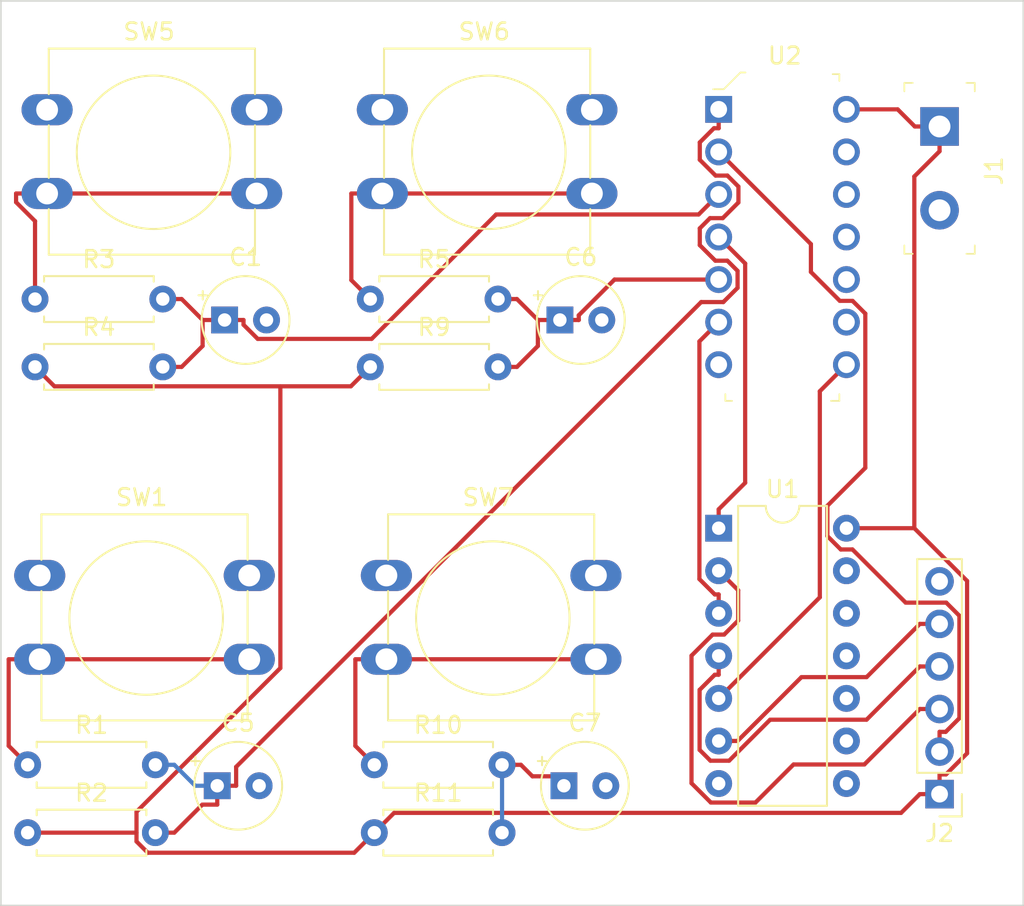
<source format=kicad_pcb>
(kicad_pcb (version 20221018) (generator pcbnew)
  (layers (0 "F.Cu" signal) (31 "B.Cu" power) (34 "B.Paste" user) (35 "F.Paste" user) (36 "B.SilkS" user "B.Silkscreen") (37 "F.SilkS" user "F.Silkscreen") (38 "B.Mask" user) (39 "F.Mask" user) (44 "Edge.Cuts" user))
  (net 0 "")
  (net 1 "GND")
  (net 2 "+5V")
  (net 3 "/SW1")
  (net 4 "/SW2")
  (net 5 "/SW3")
  (net 6 "/SW4")
  (net 7 "/SW3_debounced")
  (net 8 "/SW4_debounced")
  (net 14 "Net-(U2-2Y)")
  (net 15 "Net-(J2-Pin_2)")
  (net 16 "Net-(J2-Pin_3)")
  (net 17 "Net-(J2-Pin_5)")
  (net 18 "Net-(J2-Pin_4)")
  (net 19 "Net-(R1-Pad1)")
  (net 20 "Net-(R3-Pad1)")
  (net 21 "Net-(R5-Pad1)")
  (net 22 "Net-(R10-Pad1)")
  (footprint "Button_Switch_THT:SW_PUSH-12mm" (layer "F.Cu") (at 74 84.3)
    (fp_text reference "SW7" (at 6.08 -4.66) (layer "F.SilkS"))
    (fp_text value "SW_Push")
    (fp_line (start 0.1 -3.65) (end 12.4 -3.65) (stroke (width 0.12)) (layer "F.SilkS"))
    (fp_line (start 0.1 -0.93) (end 0.1 -3.65) (stroke (width 0.12)) (layer "F.SilkS"))
    (fp_line (start 0.1 4.07) (end 0.1 0.93) (stroke (width 0.12)) (layer "F.SilkS"))
    (fp_line (start 0.1 8.65) (end 0.1 5.93) (stroke (width 0.12)) (layer "F.SilkS"))
    (fp_line (start 12.4 -3.65) (end 12.4 -0.93) (stroke (width 0.12)) (layer "F.SilkS"))
    (fp_line (start 12.4 0.93) (end 12.4 4.07) (stroke (width 0.12)) (layer "F.SilkS"))
    (fp_line (start 12.4 5.93) (end 12.4 8.65) (stroke (width 0.12)) (layer "F.SilkS"))
    (fp_line (start 12.4 8.65) (end 0.1 8.65) (stroke (width 0.12)) (layer "F.SilkS"))
    (fp_circle (center 6.35 2.54) (end 10.16 5.08) (stroke (width 0.12)) (fill none) (layer "F.SilkS"))
    (pad "1" thru_hole oval (at 0 0) (size 3.048 1.85) (drill 1.3) (layers "*.Cu" "*.Mask") (net 1 "GND"))
    (pad "1" thru_hole oval (at 12.5 0) (size 3.048 1.85) (drill 1.3) (layers "*.Cu" "*.Mask") (net 1 "GND"))
    (pad "2" thru_hole oval (at 0 5) (size 3.048 1.85) (drill 1.3) (layers "*.Cu" "*.Mask") (net 22 "Net-(R10-Pad1)"))
    (pad "2" thru_hole oval (at 12.5 5) (size 3.048 1.85) (drill 1.3) (layers "*.Cu" "*.Mask") (net 22 "Net-(R10-Pad1)"))
  )
  (footprint "Capacitor_THT:CP_Radial_Tantal_D5.0mm_P2.50mm" (layer "F.Cu") (at 84.5898 96.85)
    (fp_text reference "C7" (at 1.25 -3.75) (layer "F.SilkS"))
    (fp_text value "1uF")
    (fp_line (start -1.554775 -1.475) (end -1.054775 -1.475) (stroke (width 0.12)) (layer "F.SilkS"))
    (fp_line (start -1.304775 -1.725) (end -1.304775 -1.225) (stroke (width 0.12)) (layer "F.SilkS"))
    (fp_circle (center 1.25 0) (end 3.87 0) (stroke (width 0.12)) (fill none) (layer "F.SilkS"))
    (pad "1" thru_hole rect (at 0 0) (size 1.6 1.6) (drill 0.8) (layers "*.Cu" "*.Mask") (net 6 "/SW4"))
    (pad "2" thru_hole circle (at 2.5 0) (size 1.6 1.6) (drill 0.8) (layers "*.Cu" "*.Mask") (net 1 "GND"))
  )
  (footprint "Connector_PinHeader_2.54mm:PinHeader_1x06_P2.54mm_Vertical" (layer "F.Cu") (at 107 97.35 180)
    (fp_text reference "J2" (at 0 -2.33) (layer "F.SilkS"))
    (fp_text value "Conn_01x06")
    (fp_line (start -1.33 -1.33) (end 0 -1.33) (stroke (width 0.12)) (layer "F.SilkS"))
    (fp_line (start -1.33 0) (end -1.33 -1.33) (stroke (width 0.12)) (layer "F.SilkS"))
    (fp_line (start -1.33 1.27) (end -1.33 14.03) (stroke (width 0.12)) (layer "F.SilkS"))
    (fp_line (start -1.33 1.27) (end 1.33 1.27) (stroke (width 0.12)) (layer "F.SilkS"))
    (fp_line (start -1.33 14.03) (end 1.33 14.03) (stroke (width 0.12)) (layer "F.SilkS"))
    (fp_line (start 1.33 1.27) (end 1.33 14.03) (stroke (width 0.12)) (layer "F.SilkS"))
    (pad "1" thru_hole rect (at 0 0 180) (size 1.7 1.7) (drill 1) (layers "*.Cu" "*.Mask") (net 2 "+5V"))
    (pad "2" thru_hole oval (at 0 2.54 180) (size 1.7 1.7) (drill 1) (layers "*.Cu" "*.Mask") (net 15 "Net-(J2-Pin_2)"))
    (pad "3" thru_hole oval (at 0 5.08 180) (size 1.7 1.7) (drill 1) (layers "*.Cu" "*.Mask") (net 16 "Net-(J2-Pin_3)"))
    (pad "4" thru_hole oval (at 0 7.62 180) (size 1.7 1.7) (drill 1) (layers "*.Cu" "*.Mask") (net 18 "Net-(J2-Pin_4)"))
    (pad "5" thru_hole oval (at 0 10.16 180) (size 1.7 1.7) (drill 1) (layers "*.Cu" "*.Mask") (net 17 "Net-(J2-Pin_5)"))
    (pad "6" thru_hole oval (at 0 12.7 180) (size 1.7 1.7) (drill 1) (layers "*.Cu" "*.Mask") (net 1 "GND"))
  )
  (footprint "Resistor_THT:R_Axial_DIN0207_L6.3mm_D2.5mm_P7.62mm_Horizontal" (layer "F.Cu") (at 73.28 99.65)
    (fp_text reference "R11" (at 3.81 -2.37) (layer "F.SilkS"))
    (fp_text value "100k")
    (fp_line (start 0.54 -1.37) (end 7.08 -1.37) (stroke (width 0.12)) (layer "F.SilkS"))
    (fp_line (start 0.54 -1.04) (end 0.54 -1.37) (stroke (width 0.12)) (layer "F.SilkS"))
    (fp_line (start 0.54 1.04) (end 0.54 1.37) (stroke (width 0.12)) (layer "F.SilkS"))
    (fp_line (start 0.54 1.37) (end 7.08 1.37) (stroke (width 0.12)) (layer "F.SilkS"))
    (fp_line (start 7.08 -1.37) (end 7.08 -1.04) (stroke (width 0.12)) (layer "F.SilkS"))
    (fp_line (start 7.08 1.37) (end 7.08 1.04) (stroke (width 0.12)) (layer "F.SilkS"))
    (pad "1" thru_hole circle (at 0 0) (size 1.6 1.6) (drill 0.8) (layers "*.Cu" "*.Mask") (net 2 "+5V"))
    (pad "2" thru_hole oval (at 7.62 0) (size 1.6 1.6) (drill 0.8) (layers "*.Cu" "*.Mask") (net 6 "/SW4"))
  )
  (footprint "Resistor_THT:R_Axial_DIN0207_L6.3mm_D2.5mm_P7.62mm_Horizontal" (layer "F.Cu") (at 73.28 95.6)
    (fp_text reference "R10" (at 3.81 -2.37) (layer "F.SilkS"))
    (fp_text value "10k")
    (fp_line (start 0.54 -1.37) (end 7.08 -1.37) (stroke (width 0.12)) (layer "F.SilkS"))
    (fp_line (start 0.54 -1.04) (end 0.54 -1.37) (stroke (width 0.12)) (layer "F.SilkS"))
    (fp_line (start 0.54 1.04) (end 0.54 1.37) (stroke (width 0.12)) (layer "F.SilkS"))
    (fp_line (start 0.54 1.37) (end 7.08 1.37) (stroke (width 0.12)) (layer "F.SilkS"))
    (fp_line (start 7.08 -1.37) (end 7.08 -1.04) (stroke (width 0.12)) (layer "F.SilkS"))
    (fp_line (start 7.08 1.37) (end 7.08 1.04) (stroke (width 0.12)) (layer "F.SilkS"))
    (pad "1" thru_hole circle (at 0 0) (size 1.6 1.6) (drill 0.8) (layers "*.Cu" "*.Mask") (net 22 "Net-(R10-Pad1)"))
    (pad "2" thru_hole oval (at 7.62 0) (size 1.6 1.6) (drill 0.8) (layers "*.Cu" "*.Mask") (net 6 "/SW4"))
  )
  (footprint "Resistor_THT:R_Axial_DIN0207_L6.3mm_D2.5mm_P7.62mm_Horizontal" (layer "F.Cu") (at 73.04 71.85)
    (fp_text reference "R9" (at 3.81 -2.37) (layer "F.SilkS"))
    (fp_text value "100k")
    (fp_line (start 0.54 -1.37) (end 7.08 -1.37) (stroke (width 0.12)) (layer "F.SilkS"))
    (fp_line (start 0.54 -1.04) (end 0.54 -1.37) (stroke (width 0.12)) (layer "F.SilkS"))
    (fp_line (start 0.54 1.04) (end 0.54 1.37) (stroke (width 0.12)) (layer "F.SilkS"))
    (fp_line (start 0.54 1.37) (end 7.08 1.37) (stroke (width 0.12)) (layer "F.SilkS"))
    (fp_line (start 7.08 -1.37) (end 7.08 -1.04) (stroke (width 0.12)) (layer "F.SilkS"))
    (fp_line (start 7.08 1.37) (end 7.08 1.04) (stroke (width 0.12)) (layer "F.SilkS"))
    (pad "1" thru_hole circle (at 0 0) (size 1.6 1.6) (drill 0.8) (layers "*.Cu" "*.Mask") (net 2 "+5V"))
    (pad "2" thru_hole oval (at 7.62 0) (size 1.6 1.6) (drill 0.8) (layers "*.Cu" "*.Mask") (net 5 "/SW3"))
  )
  (footprint "Button_Switch_THT:SW_PUSH-12mm" (layer "F.Cu") (at 53.32 84.3)
    (fp_text reference "SW1" (at 6.08 -4.66) (layer "F.SilkS"))
    (fp_text value "SW_Push")
    (fp_line (start 0.1 -3.65) (end 12.4 -3.65) (stroke (width 0.12)) (layer "F.SilkS"))
    (fp_line (start 0.1 -0.93) (end 0.1 -3.65) (stroke (width 0.12)) (layer "F.SilkS"))
    (fp_line (start 0.1 4.07) (end 0.1 0.93) (stroke (width 0.12)) (layer "F.SilkS"))
    (fp_line (start 0.1 8.65) (end 0.1 5.93) (stroke (width 0.12)) (layer "F.SilkS"))
    (fp_line (start 12.4 -3.65) (end 12.4 -0.93) (stroke (width 0.12)) (layer "F.SilkS"))
    (fp_line (start 12.4 0.93) (end 12.4 4.07) (stroke (width 0.12)) (layer "F.SilkS"))
    (fp_line (start 12.4 5.93) (end 12.4 8.65) (stroke (width 0.12)) (layer "F.SilkS"))
    (fp_line (start 12.4 8.65) (end 0.1 8.65) (stroke (width 0.12)) (layer "F.SilkS"))
    (fp_circle (center 6.35 2.54) (end 10.16 5.08) (stroke (width 0.12)) (fill none) (layer "F.SilkS"))
    (pad "1" thru_hole oval (at 0 0) (size 3.048 1.85) (drill 1.3) (layers "*.Cu" "*.Mask") (net 1 "GND"))
    (pad "1" thru_hole oval (at 12.5 0) (size 3.048 1.85) (drill 1.3) (layers "*.Cu" "*.Mask") (net 1 "GND"))
    (pad "2" thru_hole oval (at 0 5) (size 3.048 1.85) (drill 1.3) (layers "*.Cu" "*.Mask") (net 19 "Net-(R1-Pad1)"))
    (pad "2" thru_hole oval (at 12.5 5) (size 3.048 1.85) (drill 1.3) (layers "*.Cu" "*.Mask") (net 19 "Net-(R1-Pad1)"))
  )
  (footprint "Button_Switch_THT:SW_PUSH-12mm" (layer "F.Cu") (at 73.76 56.5)
    (fp_text reference "SW6" (at 6.08 -4.66) (layer "F.SilkS"))
    (fp_text value "SW_Push")
    (fp_line (start 0.1 -3.65) (end 12.4 -3.65) (stroke (width 0.12)) (layer "F.SilkS"))
    (fp_line (start 0.1 -0.93) (end 0.1 -3.65) (stroke (width 0.12)) (layer "F.SilkS"))
    (fp_line (start 0.1 4.07) (end 0.1 0.93) (stroke (width 0.12)) (layer "F.SilkS"))
    (fp_line (start 0.1 8.65) (end 0.1 5.93) (stroke (width 0.12)) (layer "F.SilkS"))
    (fp_line (start 12.4 -3.65) (end 12.4 -0.93) (stroke (width 0.12)) (layer "F.SilkS"))
    (fp_line (start 12.4 0.93) (end 12.4 4.07) (stroke (width 0.12)) (layer "F.SilkS"))
    (fp_line (start 12.4 5.93) (end 12.4 8.65) (stroke (width 0.12)) (layer "F.SilkS"))
    (fp_line (start 12.4 8.65) (end 0.1 8.65) (stroke (width 0.12)) (layer "F.SilkS"))
    (fp_circle (center 6.35 2.54) (end 10.16 5.08) (stroke (width 0.12)) (fill none) (layer "F.SilkS"))
    (pad "1" thru_hole oval (at 0 0) (size 3.048 1.85) (drill 1.3) (layers "*.Cu" "*.Mask") (net 1 "GND"))
    (pad "1" thru_hole oval (at 12.5 0) (size 3.048 1.85) (drill 1.3) (layers "*.Cu" "*.Mask") (net 1 "GND"))
    (pad "2" thru_hole oval (at 0 5) (size 3.048 1.85) (drill 1.3) (layers "*.Cu" "*.Mask") (net 21 "Net-(R5-Pad1)"))
    (pad "2" thru_hole oval (at 12.5 5) (size 3.048 1.85) (drill 1.3) (layers "*.Cu" "*.Mask") (net 21 "Net-(R5-Pad1)"))
  )
  (footprint "Button_Switch_THT:SW_PUSH-12mm" (layer "F.Cu") (at 53.76 56.5)
    (fp_text reference "SW5" (at 6.08 -4.66) (layer "F.SilkS"))
    (fp_text value "SW_Push")
    (fp_line (start 0.1 -3.65) (end 12.4 -3.65) (stroke (width 0.12)) (layer "F.SilkS"))
    (fp_line (start 0.1 -0.93) (end 0.1 -3.65) (stroke (width 0.12)) (layer "F.SilkS"))
    (fp_line (start 0.1 4.07) (end 0.1 0.93) (stroke (width 0.12)) (layer "F.SilkS"))
    (fp_line (start 0.1 8.65) (end 0.1 5.93) (stroke (width 0.12)) (layer "F.SilkS"))
    (fp_line (start 12.4 -3.65) (end 12.4 -0.93) (stroke (width 0.12)) (layer "F.SilkS"))
    (fp_line (start 12.4 0.93) (end 12.4 4.07) (stroke (width 0.12)) (layer "F.SilkS"))
    (fp_line (start 12.4 5.93) (end 12.4 8.65) (stroke (width 0.12)) (layer "F.SilkS"))
    (fp_line (start 12.4 8.65) (end 0.1 8.65) (stroke (width 0.12)) (layer "F.SilkS"))
    (fp_circle (center 6.35 2.54) (end 10.16 5.08) (stroke (width 0.12)) (fill none) (layer "F.SilkS"))
    (pad "1" thru_hole oval (at 0 0) (size 3.048 1.85) (drill 1.3) (layers "*.Cu" "*.Mask") (net 1 "GND"))
    (pad "1" thru_hole oval (at 12.5 0) (size 3.048 1.85) (drill 1.3) (layers "*.Cu" "*.Mask") (net 1 "GND"))
    (pad "2" thru_hole oval (at 0 5) (size 3.048 1.85) (drill 1.3) (layers "*.Cu" "*.Mask") (net 20 "Net-(R3-Pad1)"))
    (pad "2" thru_hole oval (at 12.5 5) (size 3.048 1.85) (drill 1.3) (layers "*.Cu" "*.Mask") (net 20 "Net-(R3-Pad1)"))
  )
  (footprint "Package_DIP:DIP-14_W7.62mm" (layer "F.Cu") (at 93.8229 81.4771)
    (fp_text reference "U1" (at 3.81 -2.33) (layer "F.SilkS"))
    (fp_text value "74LS06")
    (fp_line (start 1.16 -1.33) (end 1.16 16.57) (stroke (width 0.12)) (layer "F.SilkS"))
    (fp_line (start 1.16 16.57) (end 6.46 16.57) (stroke (width 0.12)) (layer "F.SilkS"))
    (fp_line (start 2.81 -1.33) (end 1.16 -1.33) (stroke (width 0.12)) (layer "F.SilkS"))
    (fp_line (start 6.46 -1.33) (end 4.81 -1.33) (stroke (width 0.12)) (layer "F.SilkS"))
    (fp_line (start 6.46 16.57) (end 6.46 -1.33) (stroke (width 0.12)) (layer "F.SilkS"))
    (fp_arc (start 4.81 -1.33) (mid 3.81 -0.33) (end 2.81 -1.33) (stroke (width 0.12)) (layer "F.SilkS"))
    (pad "1" thru_hole rect (at 0 0) (size 1.6 1.6) (drill 0.8) (layers "*.Cu" "*.Mask") (net 14 "Net-(U2-2Y)"))
    (pad "2" thru_hole oval (at 0 2.54) (size 1.6 1.6) (drill 0.8) (layers "*.Cu" "*.Mask") (net 16 "Net-(J2-Pin_3)"))
    (pad "3" thru_hole oval (at 0 5.08) (size 1.6 1.6) (drill 0.8) (layers "*.Cu" "*.Mask") (net 7 "/SW3_debounced"))
    (pad "4" thru_hole oval (at 0 7.62) (size 1.6 1.6) (drill 0.8) (layers "*.Cu" "*.Mask") (net 18 "Net-(J2-Pin_4)"))
    (pad "5" thru_hole oval (at 0 10.16) (size 1.6 1.6) (drill 0.8) (layers "*.Cu" "*.Mask") (net 8 "/SW4_debounced"))
    (pad "6" thru_hole oval (at 0 12.7) (size 1.6 1.6) (drill 0.8) (layers "*.Cu" "*.Mask") (net 17 "Net-(J2-Pin_5)"))
    (pad "7" thru_hole oval (at 0 15.24) (size 1.6 1.6) (drill 0.8) (layers "*.Cu" "*.Mask") (net 1 "GND"))
    (pad "8" thru_hole oval (at 7.62 15.24) (size 1.6 1.6) (drill 0.8) (layers "*.Cu" "*.Mask"))
    (pad "9" thru_hole oval (at 7.62 12.7) (size 1.6 1.6) (drill 0.8) (layers "*.Cu" "*.Mask") (net 1 "GND"))
    (pad "10" thru_hole oval (at 7.62 10.16) (size 1.6 1.6) (drill 0.8) (layers "*.Cu" "*.Mask"))
    (pad "11" thru_hole oval (at 7.62 7.62) (size 1.6 1.6) (drill 0.8) (layers "*.Cu" "*.Mask") (net 1 "GND"))
    (pad "12" thru_hole oval (at 7.62 5.08) (size 1.6 1.6) (drill 0.8) (layers "*.Cu" "*.Mask"))
    (pad "13" thru_hole oval (at 7.62 2.54) (size 1.6 1.6) (drill 0.8) (layers "*.Cu" "*.Mask") (net 1 "GND"))
    (pad "14" thru_hole oval (at 7.62 0) (size 1.6 1.6) (drill 0.8) (layers "*.Cu" "*.Mask") (net 2 "+5V"))
  )
  (footprint "Resistor_THT:R_Axial_DIN0207_L6.3mm_D2.5mm_P7.62mm_Horizontal" (layer "F.Cu") (at 52.6 95.6)
    (fp_text reference "R1" (at 3.81 -2.37) (layer "F.SilkS"))
    (fp_text value "10k")
    (fp_line (start 0.54 -1.37) (end 7.08 -1.37) (stroke (width 0.12)) (layer "F.SilkS"))
    (fp_line (start 0.54 -1.04) (end 0.54 -1.37) (stroke (width 0.12)) (layer "F.SilkS"))
    (fp_line (start 0.54 1.04) (end 0.54 1.37) (stroke (width 0.12)) (layer "F.SilkS"))
    (fp_line (start 0.54 1.37) (end 7.08 1.37) (stroke (width 0.12)) (layer "F.SilkS"))
    (fp_line (start 7.08 -1.37) (end 7.08 -1.04) (stroke (width 0.12)) (layer "F.SilkS"))
    (fp_line (start 7.08 1.37) (end 7.08 1.04) (stroke (width 0.12)) (layer "F.SilkS"))
    (pad "1" thru_hole circle (at 0 0) (size 1.6 1.6) (drill 0.8) (layers "*.Cu" "*.Mask") (net 19 "Net-(R1-Pad1)"))
    (pad "2" thru_hole oval (at 7.62 0) (size 1.6 1.6) (drill 0.8) (layers "*.Cu" "*.Mask") (net 3 "/SW1"))
  )
  (footprint "Resistor_THT:R_Axial_DIN0207_L6.3mm_D2.5mm_P7.62mm_Horizontal" (layer "F.Cu") (at 73.04 67.8)
    (fp_text reference "R5" (at 3.81 -2.37) (layer "F.SilkS"))
    (fp_text value "10k")
    (fp_line (start 0.54 -1.37) (end 7.08 -1.37) (stroke (width 0.12)) (layer "F.SilkS"))
    (fp_line (start 0.54 -1.04) (end 0.54 -1.37) (stroke (width 0.12)) (layer "F.SilkS"))
    (fp_line (start 0.54 1.04) (end 0.54 1.37) (stroke (width 0.12)) (layer "F.SilkS"))
    (fp_line (start 0.54 1.37) (end 7.08 1.37) (stroke (width 0.12)) (layer "F.SilkS"))
    (fp_line (start 7.08 -1.37) (end 7.08 -1.04) (stroke (width 0.12)) (layer "F.SilkS"))
    (fp_line (start 7.08 1.37) (end 7.08 1.04) (stroke (width 0.12)) (layer "F.SilkS"))
    (pad "1" thru_hole circle (at 0 0) (size 1.6 1.6) (drill 0.8) (layers "*.Cu" "*.Mask") (net 21 "Net-(R5-Pad1)"))
    (pad "2" thru_hole oval (at 7.62 0) (size 1.6 1.6) (drill 0.8) (layers "*.Cu" "*.Mask") (net 5 "/SW3"))
  )
  (footprint "Capacitor_THT:CP_Radial_Tantal_D5.0mm_P2.50mm" (layer "F.Cu") (at 63.9098 96.85)
    (fp_text reference "C5" (at 1.25 -3.75) (layer "F.SilkS"))
    (fp_text value "1uF")
    (fp_line (start -1.554775 -1.475) (end -1.054775 -1.475) (stroke (width 0.12)) (layer "F.SilkS"))
    (fp_line (start -1.304775 -1.725) (end -1.304775 -1.225) (stroke (width 0.12)) (layer "F.SilkS"))
    (fp_circle (center 1.25 0) (end 3.87 0) (stroke (width 0.12)) (fill none) (layer "F.SilkS"))
    (pad "1" thru_hole rect (at 0 0) (size 1.6 1.6) (drill 0.8) (layers "*.Cu" "*.Mask") (net 3 "/SW1"))
    (pad "2" thru_hole circle (at 2.5 0) (size 1.6 1.6) (drill 0.8) (layers "*.Cu" "*.Mask") (net 1 "GND"))
  )
  (footprint "Capacitor_THT:CP_Radial_Tantal_D5.0mm_P2.50mm" (layer "F.Cu") (at 64.3498 69.05)
    (fp_text reference "C1" (at 1.25 -3.75) (layer "F.SilkS"))
    (fp_text value "1uF")
    (fp_line (start -1.554775 -1.475) (end -1.054775 -1.475) (stroke (width 0.12)) (layer "F.SilkS"))
    (fp_line (start -1.304775 -1.725) (end -1.304775 -1.225) (stroke (width 0.12)) (layer "F.SilkS"))
    (fp_circle (center 1.25 0) (end 3.87 0) (stroke (width 0.12)) (fill none) (layer "F.SilkS"))
    (pad "1" thru_hole rect (at 0 0) (size 1.6 1.6) (drill 0.8) (layers "*.Cu" "*.Mask") (net 4 "/SW2"))
    (pad "2" thru_hole circle (at 2.5 0) (size 1.6 1.6) (drill 0.8) (layers "*.Cu" "*.Mask") (net 1 "GND"))
  )
  (footprint "digikey-footprints:Terminal_Block_D1.3mm_P5mm" (layer "F.Cu") (at 107 57.5 -90)
    (fp_text reference "J1" (at 2.65 -3.25 -270) (layer "F.SilkS"))
    (fp_text value "1935161")
    (fp_line (start -2.6 -2.1) (end -2.6 -1.6) (stroke (width 0.1)) (layer "F.SilkS"))
    (fp_line (start -2.6 -2.1) (end -2.1 -2.1) (stroke (width 0.1)) (layer "F.SilkS"))
    (fp_line (start -2.6 2.1) (end -2.6 1.6) (stroke (width 0.1)) (layer "F.SilkS"))
    (fp_line (start -2.6 2.1) (end -2.1 2.1) (stroke (width 0.1)) (layer "F.SilkS"))
    (fp_line (start 7.6 -2.1) (end 7.1 -2.1) (stroke (width 0.1)) (layer "F.SilkS"))
    (fp_line (start 7.6 -2.1) (end 7.6 -1.6) (stroke (width 0.1)) (layer "F.SilkS"))
    (fp_line (start 7.6 2.1) (end 7.1 2.1) (stroke (width 0.1)) (layer "F.SilkS"))
    (fp_line (start 7.6 2.1) (end 7.6 1.6) (stroke (width 0.1)) (layer "F.SilkS"))
    (pad "1" thru_hole rect (at 0 0 270) (size 2.3 2.3) (drill 1.3) (layers "*.Cu" "*.Mask") (net 2 "+5V"))
    (pad "2" thru_hole circle (at 5 0 270) (size 2.3 2.3) (drill 1.3) (layers "*.Cu" "*.Mask") (net 1 "GND"))
  )
  (footprint "Resistor_THT:R_Axial_DIN0207_L6.3mm_D2.5mm_P7.62mm_Horizontal" (layer "F.Cu") (at 53.04 67.8)
    (fp_text reference "R3" (at 3.81 -2.37) (layer "F.SilkS"))
    (fp_text value "10k")
    (fp_line (start 0.54 -1.37) (end 7.08 -1.37) (stroke (width 0.12)) (layer "F.SilkS"))
    (fp_line (start 0.54 -1.04) (end 0.54 -1.37) (stroke (width 0.12)) (layer "F.SilkS"))
    (fp_line (start 0.54 1.04) (end 0.54 1.37) (stroke (width 0.12)) (layer "F.SilkS"))
    (fp_line (start 0.54 1.37) (end 7.08 1.37) (stroke (width 0.12)) (layer "F.SilkS"))
    (fp_line (start 7.08 -1.37) (end 7.08 -1.04) (stroke (width 0.12)) (layer "F.SilkS"))
    (fp_line (start 7.08 1.37) (end 7.08 1.04) (stroke (width 0.12)) (layer "F.SilkS"))
    (pad "1" thru_hole circle (at 0 0) (size 1.6 1.6) (drill 0.8) (layers "*.Cu" "*.Mask") (net 20 "Net-(R3-Pad1)"))
    (pad "2" thru_hole oval (at 7.62 0) (size 1.6 1.6) (drill 0.8) (layers "*.Cu" "*.Mask") (net 4 "/SW2"))
  )
  (footprint "digikey-footprints:DIP-14_W3mm" (layer "F.Cu") (at 93.8229 56.4771)
    (fp_text reference "U2" (at 3.94 -3.2) (layer "F.SilkS"))
    (fp_text value "SN74HC14N")
    (fp_line (start -0.08 -1.2) (end -0.33 -1.2) (stroke (width 0.1)) (layer "F.SilkS"))
    (fp_line (start 0.3 -1.2) (end -0.07 -1.2) (stroke (width 0.1)) (layer "F.SilkS"))
    (fp_line (start 0.4 17) (end 0.4 17.4) (stroke (width 0.1)) (layer "F.SilkS"))
    (fp_line (start 0.4 17.4) (end 0.8 17.4) (stroke (width 0.1)) (layer "F.SilkS"))
    (fp_line (start 1.3 -2.2) (end 0.3 -1.2) (stroke (width 0.1)) (layer "F.SilkS"))
    (fp_line (start 1.6 -2.2) (end 1.3 -2.2) (stroke (width 0.1)) (layer "F.SilkS"))
    (fp_line (start 6.7 17.4) (end 7.2 17.4) (stroke (width 0.1)) (layer "F.SilkS"))
    (fp_line (start 7.2 -2.1) (end 6.8 -2.1) (stroke (width 0.1)) (layer "F.SilkS"))
    (fp_line (start 7.2 -1.7) (end 7.2 -2.1) (stroke (width 0.1)) (layer "F.SilkS"))
    (fp_line (start 7.2 17.4) (end 7.2 17) (stroke (width 0.1)) (layer "F.SilkS"))
    (pad "1" thru_hole rect (at 0 0) (size 1.6 1.6) (drill 1) (layers "*.Cu" "*.Mask") (net 3 "/SW1"))
    (pad "2" thru_hole circle (at 0 2.54) (size 1.6 1.6) (drill 1) (layers "*.Cu" "*.Mask") (net 15 "Net-(J2-Pin_2)"))
    (pad "3" thru_hole circle (at 0 5.08) (size 1.6 1.6) (drill 1) (layers "*.Cu" "*.Mask") (net 4 "/SW2"))
    (pad "4" thru_hole circle (at 0 7.62) (size 1.6 1.6) (drill 1) (layers "*.Cu" "*.Mask") (net 14 "Net-(U2-2Y)"))
    (pad "5" thru_hole circle (at 0 10.16) (size 1.6 1.6) (drill 1) (layers "*.Cu" "*.Mask") (net 5 "/SW3"))
    (pad "6" thru_hole circle (at 0 12.7) (size 1.6 1.6) (drill 1) (layers "*.Cu" "*.Mask") (net 7 "/SW3_debounced"))
    (pad "7" thru_hole circle (at 0 15.24) (size 1.6 1.6) (drill 1) (layers "*.Cu" "*.Mask") (net 1 "GND"))
    (pad "8" thru_hole circle (at 7.62 15.24) (size 1.6 1.6) (drill 1) (layers "*.Cu" "*.Mask") (net 8 "/SW4_debounced"))
    (pad "9" thru_hole circle (at 7.62 12.7) (size 1.6 1.6) (drill 1) (layers "*.Cu" "*.Mask") (net 6 "/SW4"))
    (pad "10" thru_hole circle (at 7.62 10.16) (size 1.6 1.6) (drill 1) (layers "*.Cu" "*.Mask"))
    (pad "11" thru_hole circle (at 7.62 7.62) (size 1.6 1.6) (drill 1) (layers "*.Cu" "*.Mask") (net 1 "GND"))
    (pad "12" thru_hole circle (at 7.62 5.08) (size 1.6 1.6) (drill 1) (layers "*.Cu" "*.Mask"))
    (pad "13" thru_hole circle (at 7.62 2.54) (size 1.6 1.6) (drill 1) (layers "*.Cu" "*.Mask") (net 1 "GND"))
    (pad "14" thru_hole circle (at 7.62 0) (size 1.6 1.6) (drill 1) (layers "*.Cu" "*.Mask") (net 2 "+5V"))
  )
  (footprint "Resistor_THT:R_Axial_DIN0207_L6.3mm_D2.5mm_P7.62mm_Horizontal" (layer "F.Cu") (at 53.04 71.85)
    (fp_text reference "R4" (at 3.81 -2.37) (layer "F.SilkS"))
    (fp_text value "100k")
    (fp_line (start 0.54 -1.37) (end 7.08 -1.37) (stroke (width 0.12)) (layer "F.SilkS"))
    (fp_line (start 0.54 -1.04) (end 0.54 -1.37) (stroke (width 0.12)) (layer "F.SilkS"))
    (fp_line (start 0.54 1.04) (end 0.54 1.37) (stroke (width 0.12)) (layer "F.SilkS"))
    (fp_line (start 0.54 1.37) (end 7.08 1.37) (stroke (width 0.12)) (layer "F.SilkS"))
    (fp_line (start 7.08 -1.37) (end 7.08 -1.04) (stroke (width 0.12)) (layer "F.SilkS"))
    (fp_line (start 7.08 1.37) (end 7.08 1.04) (stroke (width 0.12)) (layer "F.SilkS"))
    (pad "1" thru_hole circle (at 0 0) (size 1.6 1.6) (drill 0.8) (layers "*.Cu" "*.Mask") (net 2 "+5V"))
    (pad "2" thru_hole oval (at 7.62 0) (size 1.6 1.6) (drill 0.8) (layers "*.Cu" "*.Mask") (net 4 "/SW2"))
  )
  (footprint "Capacitor_THT:CP_Radial_Tantal_D5.0mm_P2.50mm" (layer "F.Cu") (at 84.3498 69.05)
    (fp_text reference "C6" (at 1.25 -3.75) (layer "F.SilkS"))
    (fp_text value "1uF")
    (fp_line (start -1.554775 -1.475) (end -1.054775 -1.475) (stroke (width 0.12)) (layer "F.SilkS"))
    (fp_line (start -1.304775 -1.725) (end -1.304775 -1.225) (stroke (width 0.12)) (layer "F.SilkS"))
    (fp_circle (center 1.25 0) (end 3.87 0) (stroke (width 0.12)) (fill none) (layer "F.SilkS"))
    (pad "1" thru_hole rect (at 0 0) (size 1.6 1.6) (drill 0.8) (layers "*.Cu" "*.Mask") (net 5 "/SW3"))
    (pad "2" thru_hole circle (at 2.5 0) (size 1.6 1.6) (drill 0.8) (layers "*.Cu" "*.Mask") (net 1 "GND"))
  )
  (footprint "Resistor_THT:R_Axial_DIN0207_L6.3mm_D2.5mm_P7.62mm_Horizontal" (layer "F.Cu") (at 52.6 99.65)
    (fp_text reference "R2" (at 3.81 -2.37) (layer "F.SilkS"))
    (fp_text value "100k")
    (fp_line (start 0.54 -1.37) (end 7.08 -1.37) (stroke (width 0.12)) (layer "F.SilkS"))
    (fp_line (start 0.54 -1.04) (end 0.54 -1.37) (stroke (width 0.12)) (layer "F.SilkS"))
    (fp_line (start 0.54 1.04) (end 0.54 1.37) (stroke (width 0.12)) (layer "F.SilkS"))
    (fp_line (start 0.54 1.37) (end 7.08 1.37) (stroke (width 0.12)) (layer "F.SilkS"))
    (fp_line (start 7.08 -1.37) (end 7.08 -1.04) (stroke (width 0.12)) (layer "F.SilkS"))
    (fp_line (start 7.08 1.37) (end 7.08 1.04) (stroke (width 0.12)) (layer "F.SilkS"))
    (pad "1" thru_hole circle (at 0 0) (size 1.6 1.6) (drill 0.8) (layers "*.Cu" "*.Mask") (net 2 "+5V"))
    (pad "2" thru_hole oval (at 7.62 0) (size 1.6 1.6) (drill 0.8) (layers "*.Cu" "*.Mask") (net 3 "/SW1"))
  )
  (gr_rect (start 51 50) (end 112 104) (stroke (width 0.1)) (fill none) (layer "Edge.Cuts"))
  (segment (start 105.4943 81.4771) (end 105.4943 60.4826) (width 0.25) (layer "F.Cu") (net 2))
  (segment (start 71.8815 73.0085) (end 73.04 71.85) (width 0.25) (layer "F.Cu") (net 2))
  (segment (start 108.6416 94.9149) (end 108.6416 84.6244) (width 0.25) (layer "F.Cu") (net 2))
  (segment (start 72.0821 100.8479) (end 73.28 99.65) (width 0.25) (layer "F.Cu") (net 2))
  (segment (start 59.0931 100.1742) (end 59.7668 100.8479) (width 0.25) (layer "F.Cu") (net 2))
  (segment (start 105.5231 57.5) (end 104.5002 56.4771) (width 0.25) (layer "F.Cu") (net 2))
  (segment (start 67.6751 73.0085) (end 67.6751 89.8239) (width 0.25) (layer "F.Cu") (net 2))
  (segment (start 73.28 99.65) (end 74.4607 98.4693) (width 0.25) (layer "F.Cu") (net 2))
  (segment (start 59.7668 100.8479) (end 72.0821 100.8479) (width 0.25) (layer "F.Cu") (net 2))
  (segment (start 105.4943 60.4826) (end 107 58.9769) (width 0.25) (layer "F.Cu") (net 2))
  (segment (start 104.5002 56.4771) (end 101.4429 56.4771) (width 0.25) (layer "F.Cu") (net 2))
  (segment (start 67.6751 73.0085) (end 71.8815 73.0085) (width 0.25) (layer "F.Cu") (net 2))
  (segment (start 59.0931 99.65) (end 59.0931 100.1742) (width 0.25) (layer "F.Cu") (net 2))
  (segment (start 104.7038 98.4693) (end 105.8231 97.35) (width 0.25) (layer "F.Cu") (net 2))
  (segment (start 107 57.5) (end 105.5231 57.5) (width 0.25) (layer "F.Cu") (net 2))
  (segment (start 53.04 71.85) (end 54.1985 73.0085) (width 0.25) (layer "F.Cu") (net 2))
  (segment (start 74.4607 98.4693) (end 104.7038 98.4693) (width 0.25) (layer "F.Cu") (net 2))
  (segment (start 108.6416 84.6244) (end 105.4943 81.4771) (width 0.25) (layer "F.Cu") (net 2))
  (segment (start 107.3834 96.1731) (end 108.6416 94.9149) (width 0.25) (layer "F.Cu") (net 2))
  (segment (start 107 96.1731) (end 107.3834 96.1731) (width 0.25) (layer "F.Cu") (net 2))
  (segment (start 54.1985 73.0085) (end 67.6751 73.0085) (width 0.25) (layer "F.Cu") (net 2))
  (segment (start 107 97.35) (end 107 96.1731) (width 0.25) (layer "F.Cu") (net 2))
  (segment (start 107 97.35) (end 105.8231 97.35) (width 0.25) (layer "F.Cu") (net 2))
  (segment (start 105.4943 81.4771) (end 101.4429 81.4771) (width 0.25) (layer "F.Cu") (net 2))
  (segment (start 67.6751 89.8239) (end 59.0931 98.4059) (width 0.25) (layer "F.Cu") (net 2))
  (segment (start 52.6 99.65) (end 59.0931 99.65) (width 0.25) (layer "F.Cu") (net 2))
  (segment (start 107 57.5) (end 107 58.9769) (width 0.25) (layer "F.Cu") (net 2))
  (segment (start 59.0931 98.4059) (end 59.0931 99.65) (width 0.25) (layer "F.Cu") (net 2))
  (segment (start 93.6232 65.5102) (end 92.696 64.583) (width 0.25) (layer "F.Cu") (net 3))
  (segment (start 65.0367 95.7231) (end 92.7805 67.9793) (width 0.25) (layer "F.Cu") (net 3))
  (segment (start 65.0367 96.85) (end 65.0367 95.7231) (width 0.25) (layer "F.Cu") (net 3))
  (segment (start 92.696 64.583) (end 92.696 63.58) (width 0.25) (layer "F.Cu") (net 3))
  (segment (start 63.9098 96.85) (end 65.0367 96.85) (width 0.25) (layer "F.Cu") (net 3))
  (segment (start 93.6385 60.4302) (end 92.696 59.4877) (width 0.25) (layer "F.Cu") (net 3))
  (segment (start 63.9098 96.85) (end 63.9098 97.9769) (width 0.25) (layer "F.Cu") (net 3))
  (segment (start 92.7805 67.9793) (end 94.1024 67.9793) (width 0.25) (layer "F.Cu") (net 3))
  (segment (start 93.8229 56.4771) (end 93.8229 57.604) (width 0.25) (layer "F.Cu") (net 3))
  (segment (start 95.0015 61.0889) (end 94.3428 60.4302) (width 0.25) (layer "F.Cu") (net 3))
  (segment (start 94.9498 67.1319) (end 94.9498 66.119) (width 0.25) (layer "F.Cu") (net 3))
  (segment (start 94.1024 67.9793) (end 94.9498 67.1319) (width 0.25) (layer "F.Cu") (net 3))
  (segment (start 93.5411 57.604) (end 93.8229 57.604) (width 0.25) (layer "F.Cu") (net 3))
  (segment (start 63.9098 97.9769) (end 63.02 97.9769) (width 0.25) (layer "F.Cu") (net 3))
  (segment (start 94.065 62.9702) (end 95.0015 62.0337) (width 0.25) (layer "F.Cu") (net 3))
  (segment (start 63.02 97.9769) (end 61.3469 99.65) (width 0.25) (layer "F.Cu") (net 3))
  (segment (start 95.0015 62.0337) (end 95.0015 61.0889) (width 0.25) (layer "F.Cu") (net 3))
  (segment (start 94.9498 66.119) (end 94.341 65.5102) (width 0.25) (layer "F.Cu") (net 3))
  (segment (start 92.696 58.4491) (end 93.5411 57.604) (width 0.25) (layer "F.Cu") (net 3))
  (segment (start 92.696 59.4877) (end 92.696 58.4491) (width 0.25) (layer "F.Cu") (net 3))
  (segment (start 94.3428 60.4302) (end 93.6385 60.4302) (width 0.25) (layer "F.Cu") (net 3))
  (segment (start 92.696 63.58) (end 93.3058 62.9702) (width 0.25) (layer "F.Cu") (net 3))
  (segment (start 94.341 65.5102) (end 93.6232 65.5102) (width 0.25) (layer "F.Cu") (net 3))
  (segment (start 60.22 99.65) (end 61.3469 99.65) (width 0.25) (layer "F.Cu") (net 3))
  (segment (start 93.3058 62.9702) (end 94.065 62.9702) (width 0.25) (layer "F.Cu") (net 3))
  (segment (start 63.9098 96.85) (end 62.5969 96.85) (width 0.25) (layer "B.Cu") (net 3))
  (segment (start 62.5969 96.85) (end 61.3469 95.6) (width 0.25) (layer "B.Cu") (net 3))
  (segment (start 60.22 95.6) (end 61.3469 95.6) (width 0.25) (layer "B.Cu") (net 3))
  (segment (start 63.0369 69.05) (end 61.7869 67.8) (width 0.25) (layer "F.Cu") (net 4))
  (segment (start 80.5466 62.7519) (end 73.1216 70.1769) (width 0.25) (layer "F.Cu") (net 4))
  (segment (start 60.66 67.8) (end 61.7869 67.8) (width 0.25) (layer "F.Cu") (net 4))
  (segment (start 64.3498 69.05) (end 65.4767 69.05) (width 0.25) (layer "F.Cu") (net 4))
  (segment (start 63.0369 70.6) (end 61.7869 71.85) (width 0.25) (layer "F.Cu") (net 4))
  (segment (start 73.1216 70.1769) (end 66.3218 70.1769) (width 0.25) (layer "F.Cu") (net 4))
  (segment (start 92.6281 62.7519) (end 80.5466 62.7519) (width 0.25) (layer "F.Cu") (net 4))
  (segment (start 65.4767 69.3318) (end 65.4767 69.05) (width 0.25) (layer "F.Cu") (net 4))
  (segment (start 60.66 71.85) (end 61.7869 71.85) (width 0.25) (layer "F.Cu") (net 4))
  (segment (start 63.0369 69.05) (end 63.0369 70.6) (width 0.25) (layer "F.Cu") (net 4))
  (segment (start 93.8229 61.5571) (end 92.6281 62.7519) (width 0.25) (layer "F.Cu") (net 4))
  (segment (start 64.3498 69.05) (end 63.0369 69.05) (width 0.25) (layer "F.Cu") (net 4))
  (segment (start 66.3218 70.1769) (end 65.4767 69.3318) (width 0.25) (layer "F.Cu") (net 4))
  (segment (start 80.66 67.8) (end 81.7869 67.8) (width 0.25) (layer "F.Cu") (net 5))
  (segment (start 83.0369 69.05) (end 81.7869 67.8) (width 0.25) (layer "F.Cu") (net 5))
  (segment (start 84.3498 69.05) (end 85.4767 69.05) (width 0.25) (layer "F.Cu") (net 5))
  (segment (start 83.0369 70.6) (end 81.7869 71.85) (width 0.25) (layer "F.Cu") (net 5))
  (segment (start 93.8229 66.6371) (end 87.6079 66.6371) (width 0.25) (layer "F.Cu") (net 5))
  (segment (start 80.66 71.85) (end 81.7869 71.85) (width 0.25) (layer "F.Cu") (net 5))
  (segment (start 87.6079 66.6371) (end 85.4767 68.7683) (width 0.25) (layer "F.Cu") (net 5))
  (segment (start 83.0369 69.05) (end 83.0369 70.6) (width 0.25) (layer "F.Cu") (net 5))
  (segment (start 85.4767 68.7683) (end 85.4767 69.05) (width 0.25) (layer "F.Cu") (net 5))
  (segment (start 84.3498 69.05) (end 83.0369 69.05) (width 0.25) (layer "F.Cu") (net 5))
  (segment (start 84.5898 96.85) (end 84.5898 96.2865) (width 0.25) (layer "F.Cu") (net 6))
  (segment (start 84.5898 96.2865) (end 82.7134 96.2865) (width 0.25) (layer "F.Cu") (net 6))
  (segment (start 80.9 95.6) (end 82.0269 95.6) (width 0.25) (layer "F.Cu") (net 6))
  (segment (start 82.7134 96.2865) (end 82.0269 95.6) (width 0.25) (layer "F.Cu") (net 6))
  (segment (start 80.9 95.6) (end 80.9 99.65) (width 0.25) (layer "B.Cu") (net 6))
  (segment (start 92.6735 84.5143) (end 93.5894 85.4302) (width 0.25) (layer "F.Cu") (net 7))
  (segment (start 93.8229 69.1771) (end 92.6735 70.3265) (width 0.25) (layer "F.Cu") (net 7))
  (segment (start 92.6735 70.3265) (end 92.6735 84.5143) (width 0.25) (layer "F.Cu") (net 7))
  (segment (start 93.8229 86.5571) (end 93.8229 85.4302) (width 0.25) (layer "F.Cu") (net 7))
  (segment (start 93.5894 85.4302) (end 93.8229 85.4302) (width 0.25) (layer "F.Cu") (net 7))
  (segment (start 99.8565 73.3035) (end 101.4429 71.7171) (width 0.25) (layer "F.Cu") (net 8))
  (segment (start 93.8229 91.6371) (end 99.8565 85.6035) (width 0.25) (layer "F.Cu") (net 8))
  (segment (start 99.8565 85.6035) (end 99.8565 73.3035) (width 0.25) (layer "F.Cu") (net 8))
  (segment (start 95.4032 65.6774) (end 93.8229 64.0971) (width 0.25) (layer "F.Cu") (net 14))
  (segment (start 95.4032 78.7699) (end 95.4032 65.6774) (width 0.25) (layer "F.Cu") (net 14))
  (segment (start 93.8229 80.3502) (end 95.4032 78.7699) (width 0.25) (layer "F.Cu") (net 14))
  (segment (start 93.8229 81.4771) (end 93.8229 80.3502) (width 0.25) (layer "F.Cu") (net 14))
  (segment (start 107.3658 93.6331) (end 107 93.6331) (width 0.25) (layer "F.Cu") (net 15))
  (segment (start 108.1826 86.7048) (end 108.1826 92.8163) (width 0.25) (layer "F.Cu") (net 15))
  (segment (start 100.3084 80.1391) (end 100.3084 81.9471) (width 0.25) (layer "F.Cu") (net 15))
  (segment (start 108.1826 92.8163) (end 107.3658 93.6331) (width 0.25) (layer "F.Cu") (net 15))
  (segment (start 99.3257 64.5199) (end 99.3257 66.1839) (width 0.25) (layer "F.Cu") (net 15))
  (segment (start 93.8229 59.0171) (end 99.3257 64.5199) (width 0.25) (layer "F.Cu") (net 15))
  (segment (start 102.5698 68.6683) (end 102.5698 77.8777) (width 0.25) (layer "F.Cu") (net 15))
  (segment (start 102.5698 77.8777) (end 100.3084 80.1391) (width 0.25) (layer "F.Cu") (net 15))
  (segment (start 101.1084 82.7471) (end 101.8049 82.7471) (width 0.25) (layer "F.Cu") (net 15))
  (segment (start 99.3257 66.1839) (end 101.0489 67.9071) (width 0.25) (layer "F.Cu") (net 15))
  (segment (start 100.3084 81.9471) (end 101.1084 82.7471) (width 0.25) (layer "F.Cu") (net 15))
  (segment (start 107.3978 85.92) (end 108.1826 86.7048) (width 0.25) (layer "F.Cu") (net 15))
  (segment (start 104.9778 85.92) (end 107.3978 85.92) (width 0.25) (layer "F.Cu") (net 15))
  (segment (start 101.8086 67.9071) (end 102.5698 68.6683) (width 0.25) (layer "F.Cu") (net 15))
  (segment (start 101.0489 67.9071) (end 101.8086 67.9071) (width 0.25) (layer "F.Cu") (net 15))
  (segment (start 101.8049 82.7471) (end 104.9778 85.92) (width 0.25) (layer "F.Cu") (net 15))
  (segment (start 107 94.81) (end 107 93.6331) (width 0.25) (layer "F.Cu") (net 15))
  (segment (start 105.8231 92.27) (end 102.5131 95.58) (width 0.25) (layer "F.Cu") (net 16))
  (segment (start 96.0173 97.8522) (end 93.3563 97.8522) (width 0.25) (layer "F.Cu") (net 16))
  (segment (start 94.9849 86.9905) (end 94.9849 85.1791) (width 0.25) (layer "F.Cu") (net 16))
  (segment (start 98.2895 95.58) (end 96.0173 97.8522) (width 0.25) (layer "F.Cu") (net 16))
  (segment (start 102.5131 95.58) (end 98.2895 95.58) (width 0.25) (layer "F.Cu") (net 16))
  (segment (start 93.4614 87.8271) (end 94.1483 87.8271) (width 0.25) (layer "F.Cu") (net 16))
  (segment (start 92.2018 96.6977) (end 92.2018 89.0867) (width 0.25) (layer "F.Cu") (net 16))
  (segment (start 93.3563 97.8522) (end 92.2018 96.6977) (width 0.25) (layer "F.Cu") (net 16))
  (segment (start 92.2018 89.0867) (end 93.4614 87.8271) (width 0.25) (layer "F.Cu") (net 16))
  (segment (start 94.1483 87.8271) (end 94.9849 86.9905) (width 0.25) (layer "F.Cu") (net 16))
  (segment (start 107 92.27) (end 105.8231 92.27) (width 0.25) (layer "F.Cu") (net 16))
  (segment (start 94.9849 85.1791) (end 93.8229 84.0171) (width 0.25) (layer "F.Cu") (net 16))
  (segment (start 107 87.19) (end 105.8231 87.19) (width 0.25) (layer "F.Cu") (net 17))
  (segment (start 105.8231 87.19) (end 102.646 90.3671) (width 0.25) (layer "F.Cu") (net 17))
  (segment (start 102.646 90.3671) (end 98.7598 90.3671) (width 0.25) (layer "F.Cu") (net 17))
  (segment (start 93.8229 94.1771) (end 94.9498 94.1771) (width 0.25) (layer "F.Cu") (net 17))
  (segment (start 98.7598 90.3671) (end 94.9498 94.1771) (width 0.25) (layer "F.Cu") (net 17))
  (segment (start 105.8231 89.73) (end 102.646 92.9071) (width 0.25) (layer "F.Cu") (net 18))
  (segment (start 96.8931 92.9071) (end 94.4453 95.3549) (width 0.25) (layer "F.Cu") (net 18))
  (segment (start 94.4453 95.3549) (end 93.3309 95.3549) (width 0.25) (layer "F.Cu") (net 18))
  (segment (start 92.6845 91.1289) (end 93.5894 90.224) (width 0.25) (layer "F.Cu") (net 18))
  (segment (start 93.3309 95.3549) (end 92.6845 94.7085) (width 0.25) (layer "F.Cu") (net 18))
  (segment (start 102.646 92.9071) (end 96.8931 92.9071) (width 0.25) (layer "F.Cu") (net 18))
  (segment (start 93.5894 90.224) (end 93.8229 90.224) (width 0.25) (layer "F.Cu") (net 18))
  (segment (start 93.8229 89.0971) (end 93.8229 90.224) (width 0.25) (layer "F.Cu") (net 18))
  (segment (start 92.6845 94.7085) (end 92.6845 91.1289) (width 0.25) (layer "F.Cu") (net 18))
  (segment (start 107 89.73) (end 105.8231 89.73) (width 0.25) (layer "F.Cu") (net 18))
  (segment (start 65.82 89.3) (end 53.32 89.3) (width 0.25) (layer "F.Cu") (net 19))
  (segment (start 52.6 95.6) (end 51.4691 94.4691) (width 0.25) (layer "F.Cu") (net 19))
  (segment (start 53.32 89.3) (end 51.4691 89.3) (width 0.25) (layer "F.Cu") (net 19))
  (segment (start 51.4691 94.4691) (end 51.4691 89.3) (width 0.25) (layer "F.Cu") (net 19))
  (segment (start 53.76 61.5) (end 51.9091 61.5) (width 0.25) (layer "F.Cu") (net 20))
  (segment (start 53.0399 63.1493) (end 51.9091 62.0185) (width 0.25) (layer "F.Cu") (net 20))
  (segment (start 53.04 63.1493) (end 53.0399 63.1493) (width 0.25) (layer "F.Cu") (net 20))
  (segment (start 51.9091 62.0185) (end 51.9091 61.5) (width 0.25) (layer "F.Cu") (net 20))
  (segment (start 66.26 61.5) (end 53.76 61.5) (width 0.25) (layer "F.Cu") (net 20))
  (segment (start 53.04 67.8) (end 53.04 63.1493) (width 0.25) (layer "F.Cu") (net 20))
  (segment (start 73.76 61.5) (end 71.9091 61.5) (width 0.25) (layer "F.Cu") (net 21))
  (segment (start 71.9091 66.6691) (end 71.9091 61.5) (width 0.25) (layer "F.Cu") (net 21))
  (segment (start 86.26 61.5) (end 73.76 61.5) (width 0.25) (layer "F.Cu") (net 21))
  (segment (start 73.04 67.8) (end 71.9091 66.6691) (width 0.25) (layer "F.Cu") (net 21))
  (segment (start 72.1491 94.4691) (end 72.1491 89.3) (width 0.25) (layer "F.Cu") (net 22))
  (segment (start 73.28 95.6) (end 72.1491 94.4691) (width 0.25) (layer "F.Cu") (net 22))
  (segment (start 74 89.3) (end 72.1491 89.3) (width 0.25) (layer "F.Cu") (net 22))
  (segment (start 86.5 89.3) (end 74 89.3) (width 0.25) (layer "F.Cu") (net 22))
)
</source>
